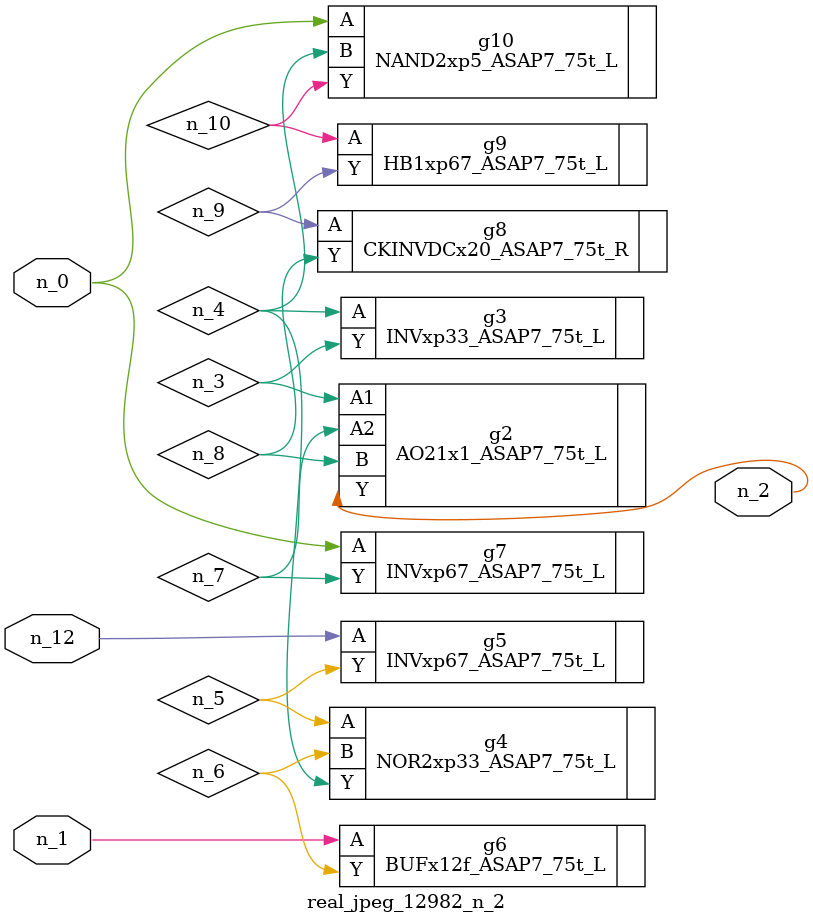
<source format=v>
module real_jpeg_12982_n_2 (n_12, n_1, n_0, n_2);

input n_12;
input n_1;
input n_0;

output n_2;

wire n_5;
wire n_4;
wire n_8;
wire n_6;
wire n_7;
wire n_3;
wire n_10;
wire n_9;

INVxp67_ASAP7_75t_L g7 ( 
.A(n_0),
.Y(n_7)
);

NAND2xp5_ASAP7_75t_L g10 ( 
.A(n_0),
.B(n_4),
.Y(n_10)
);

BUFx12f_ASAP7_75t_L g6 ( 
.A(n_1),
.Y(n_6)
);

AO21x1_ASAP7_75t_L g2 ( 
.A1(n_3),
.A2(n_7),
.B(n_8),
.Y(n_2)
);

INVxp33_ASAP7_75t_L g3 ( 
.A(n_4),
.Y(n_3)
);

NOR2xp33_ASAP7_75t_L g4 ( 
.A(n_5),
.B(n_6),
.Y(n_4)
);

CKINVDCx20_ASAP7_75t_R g8 ( 
.A(n_9),
.Y(n_8)
);

HB1xp67_ASAP7_75t_L g9 ( 
.A(n_10),
.Y(n_9)
);

INVxp67_ASAP7_75t_L g5 ( 
.A(n_12),
.Y(n_5)
);


endmodule
</source>
